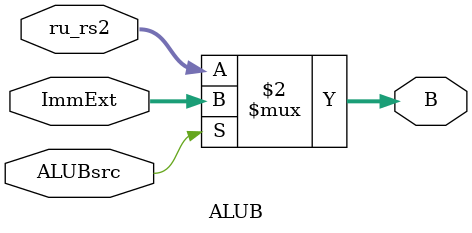
<source format=sv>
module ALUB(
    input logic        ALUBsrc,
    input logic [31:0] ru_rs2,
    input logic [31:0] ImmExt,
    output logic [31:0] B
);
always @* begin
    B = (ALUBsrc) ? ImmExt : ru_rs2;
end
endmodule

</source>
